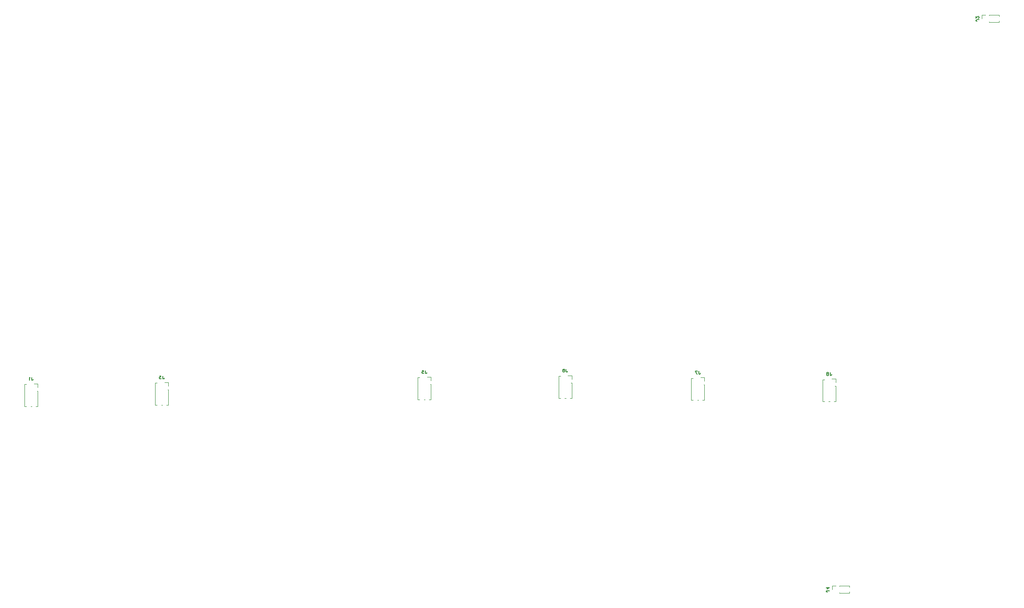
<source format=gbo>
G04 Layer: BottomSilkscreenLayer*
G04 EasyEDA Pro v2.2.35.2, 2025-01-29 23:55:29*
G04 Gerber Generator version 0.3*
G04 Scale: 100 percent, Rotated: No, Reflected: No*
G04 Dimensions in millimeters*
G04 Leading zeros omitted, absolute positions, 4 integers and 5 decimals*
%FSLAX45Y45*%
%MOMM*%
%ADD10C,0.15*%
%ADD11C,0.12*%
G75*


G04 Text Start*
G54D10*
G01X2661644Y-7432212D02*
G01X2661644Y-7474630D01*
G01X2664184Y-7482504D01*
G01X2666978Y-7485298D01*
G01X2672312Y-7487838D01*
G01X2677646Y-7487838D01*
G01X2682980Y-7485298D01*
G01X2685520Y-7482504D01*
G01X2688060Y-7474630D01*
G01X2688060Y-7469296D01*
G01X2628624Y-7432212D02*
G01X2599414Y-7432212D01*
G01X2615416Y-7453294D01*
G01X2607288Y-7453294D01*
G01X2601954Y-7456088D01*
G01X2599414Y-7458628D01*
G01X2596620Y-7466756D01*
G01X2596620Y-7472090D01*
G01X2599414Y-7479964D01*
G01X2604748Y-7485298D01*
G01X2612622Y-7487838D01*
G01X2620496Y-7487838D01*
G01X2628624Y-7485298D01*
G01X2631164Y-7482504D01*
G01X2633958Y-7477170D01*
G01X10191347Y-7305212D02*
G01X10191347Y-7347630D01*
G01X10193887Y-7355504D01*
G01X10196681Y-7358298D01*
G01X10202015Y-7360838D01*
G01X10207349Y-7360838D01*
G01X10212683Y-7358298D01*
G01X10215223Y-7355504D01*
G01X10217763Y-7347630D01*
G01X10217763Y-7342296D01*
G01X10131657Y-7313086D02*
G01X10134451Y-7307752D01*
G01X10142325Y-7305212D01*
G01X10147659Y-7305212D01*
G01X10155533Y-7307752D01*
G01X10160867Y-7315626D01*
G01X10163661Y-7329088D01*
G01X10163661Y-7342296D01*
G01X10160867Y-7352964D01*
G01X10155533Y-7358298D01*
G01X10147659Y-7360838D01*
G01X10145119Y-7360838D01*
G01X10136991Y-7358298D01*
G01X10131657Y-7352964D01*
G01X10129117Y-7345090D01*
G01X10129117Y-7342296D01*
G01X10131657Y-7334422D01*
G01X10136991Y-7329088D01*
G01X10145119Y-7326294D01*
G01X10147659Y-7326294D01*
G01X10155533Y-7329088D01*
G01X10160867Y-7334422D01*
G01X10163661Y-7342296D01*
G01X7563844Y-7330612D02*
G01X7563844Y-7373030D01*
G01X7566384Y-7380904D01*
G01X7569178Y-7383698D01*
G01X7574512Y-7386238D01*
G01X7579846Y-7386238D01*
G01X7585180Y-7383698D01*
G01X7587720Y-7380904D01*
G01X7590260Y-7373030D01*
G01X7590260Y-7367696D01*
G01X7504154Y-7330612D02*
G01X7530824Y-7330612D01*
G01X7533364Y-7354488D01*
G01X7530824Y-7351694D01*
G01X7522696Y-7349154D01*
G01X7514822Y-7349154D01*
G01X7506948Y-7351694D01*
G01X7501614Y-7357028D01*
G01X7498820Y-7365156D01*
G01X7498820Y-7370490D01*
G01X7501614Y-7378364D01*
G01X7506948Y-7383698D01*
G01X7514822Y-7386238D01*
G01X7522696Y-7386238D01*
G01X7530824Y-7383698D01*
G01X7533364Y-7380904D01*
G01X7536158Y-7375570D01*
G01X15120344Y-7368712D02*
G01X15120344Y-7411130D01*
G01X15122884Y-7419004D01*
G01X15125678Y-7421798D01*
G01X15131012Y-7424338D01*
G01X15136346Y-7424338D01*
G01X15141680Y-7421798D01*
G01X15144220Y-7419004D01*
G01X15146760Y-7411130D01*
G01X15146760Y-7405796D01*
G01X15079196Y-7368712D02*
G01X15087324Y-7371252D01*
G01X15089864Y-7376586D01*
G01X15089864Y-7381920D01*
G01X15087324Y-7387254D01*
G01X15081990Y-7389794D01*
G01X15071322Y-7392588D01*
G01X15063448Y-7395128D01*
G01X15058114Y-7400462D01*
G01X15055320Y-7405796D01*
G01X15055320Y-7413670D01*
G01X15058114Y-7419004D01*
G01X15060654Y-7421798D01*
G01X15068782Y-7424338D01*
G01X15079196Y-7424338D01*
G01X15087324Y-7421798D01*
G01X15089864Y-7419004D01*
G01X15092658Y-7413670D01*
G01X15092658Y-7405796D01*
G01X15089864Y-7400462D01*
G01X15084530Y-7395128D01*
G01X15076656Y-7392588D01*
G01X15065988Y-7389794D01*
G01X15060654Y-7387254D01*
G01X15058114Y-7381920D01*
G01X15058114Y-7376586D01*
G01X15060654Y-7371252D01*
G01X15068782Y-7368712D01*
G01X15079196Y-7368712D01*
G01X15103788Y-11445214D02*
G01X15061370Y-11445214D01*
G01X15053496Y-11447754D01*
G01X15050702Y-11450548D01*
G01X15048162Y-11455882D01*
G01X15048162Y-11461216D01*
G01X15050702Y-11466550D01*
G01X15053496Y-11469090D01*
G01X15061370Y-11471630D01*
G01X15066704Y-11471630D01*
G01X15103788Y-11390858D02*
G01X15066704Y-11417528D01*
G01X15066704Y-11377650D01*
G01X15103788Y-11390858D02*
G01X15048162Y-11390858D01*
G01X211306Y-7457612D02*
G01X211306Y-7500030D01*
G01X213846Y-7507904D01*
G01X216640Y-7510698D01*
G01X221974Y-7513238D01*
G01X227308Y-7513238D01*
G01X232642Y-7510698D01*
G01X235182Y-7507904D01*
G01X237722Y-7500030D01*
G01X237722Y-7494696D01*
G01X183620Y-7468026D02*
G01X178286Y-7465486D01*
G01X170158Y-7457612D01*
G01X170158Y-7513238D01*
G01X17897788Y-775944D02*
G01X17855370Y-775944D01*
G01X17847496Y-778484D01*
G01X17844702Y-781278D01*
G01X17842162Y-786612D01*
G01X17842162Y-791946D01*
G01X17844702Y-797280D01*
G01X17847496Y-799820D01*
G01X17855370Y-802360D01*
G01X17860704Y-802360D01*
G01X17884580Y-745464D02*
G01X17887374Y-745464D01*
G01X17892454Y-742924D01*
G01X17895248Y-740130D01*
G01X17897788Y-734796D01*
G01X17897788Y-724382D01*
G01X17895248Y-719048D01*
G01X17892454Y-716254D01*
G01X17887374Y-713714D01*
G01X17882040Y-713714D01*
G01X17876706Y-716254D01*
G01X17868578Y-721588D01*
G01X17842162Y-748258D01*
G01X17842162Y-710920D01*
G01X12669244Y-7343312D02*
G01X12669244Y-7385730D01*
G01X12671784Y-7393604D01*
G01X12674578Y-7396398D01*
G01X12679912Y-7398938D01*
G01X12685246Y-7398938D01*
G01X12690580Y-7396398D01*
G01X12693120Y-7393604D01*
G01X12695660Y-7385730D01*
G01X12695660Y-7380396D01*
G01X12604220Y-7343312D02*
G01X12630890Y-7398938D01*
G01X12641558Y-7343312D02*
G01X12604220Y-7343312D01*
G04 Text End*

G04 PolygonModel Start*
G54D11*
G01X2763400Y-7976000D02*
G01X2731849Y-7976000D01*
G01X2552951Y-7976000D02*
G01X2521400Y-7976000D01*
G01X2763400Y-7620000D02*
G01X2763400Y-7551500D01*
G01X2763400Y-7688500D02*
G01X2753228Y-7688500D01*
G01X2552951Y-7564000D02*
G01X2521400Y-7564000D01*
G01X2652951Y-7976000D02*
G01X2631849Y-7976000D01*
G01X2763400Y-7551500D02*
G01X2692400Y-7551500D01*
G01X2521400Y-7564000D02*
G01X2521400Y-7976000D01*
G01X2763400Y-7688500D02*
G01X2763400Y-7976000D01*
G01X10294500Y-7849000D02*
G01X10262949Y-7849000D01*
G01X10052500Y-7437000D02*
G01X10052500Y-7849000D01*
G01X10184051Y-7849000D02*
G01X10162949Y-7849000D01*
G01X10084051Y-7849000D02*
G01X10052500Y-7849000D01*
G01X10294500Y-7561500D02*
G01X10284328Y-7561500D01*
G01X10294500Y-7493000D02*
G01X10294500Y-7424500D01*
G01X10294500Y-7424500D02*
G01X10223500Y-7424500D01*
G01X10084051Y-7437000D02*
G01X10052500Y-7437000D01*
G01X10294500Y-7561500D02*
G01X10294500Y-7849000D01*
G01X7665600Y-7874400D02*
G01X7634049Y-7874400D01*
G01X7423600Y-7462400D02*
G01X7423600Y-7874400D01*
G01X7555151Y-7874400D02*
G01X7534049Y-7874400D01*
G01X7455151Y-7874400D02*
G01X7423600Y-7874400D01*
G01X7665600Y-7586900D02*
G01X7655428Y-7586900D01*
G01X7665600Y-7518400D02*
G01X7665600Y-7449900D01*
G01X7665600Y-7449900D02*
G01X7594600Y-7449900D01*
G01X7455151Y-7462400D02*
G01X7423600Y-7462400D01*
G01X7665600Y-7586900D02*
G01X7665600Y-7874400D01*
G01X15222100Y-7625000D02*
G01X15222100Y-7912500D01*
G01X15222100Y-7556500D02*
G01X15222100Y-7488000D01*
G01X15011651Y-7500500D02*
G01X14980100Y-7500500D01*
G01X15222100Y-7488000D02*
G01X15151100Y-7488000D01*
G01X15011651Y-7912500D02*
G01X14980100Y-7912500D01*
G01X15111651Y-7912500D02*
G01X15090549Y-7912500D01*
G01X15222100Y-7912500D02*
G01X15190549Y-7912500D01*
G01X15222100Y-7625000D02*
G01X15211928Y-7625000D01*
G01X14980100Y-7500500D02*
G01X14980100Y-7912500D01*
G01X15296500Y-11494200D02*
G01X15484000Y-11494200D01*
G01X15296500Y-11355200D02*
G01X15296500Y-11363872D01*
G01X15296500Y-11485528D02*
G01X15296500Y-11494200D01*
G01X15296500Y-11355200D02*
G01X15484000Y-11355200D01*
G01X15484000Y-11355200D02*
G01X15484000Y-11385251D01*
G01X15159500Y-11355200D02*
G01X15159500Y-11424700D01*
G01X15484000Y-11464149D02*
G01X15484000Y-11494200D01*
G01X15228000Y-11355200D02*
G01X15159500Y-11355200D01*
G01X325000Y-8001400D02*
G01X293449Y-8001400D01*
G01X114551Y-8001400D02*
G01X83000Y-8001400D01*
G01X325000Y-7645400D02*
G01X325000Y-7576900D01*
G01X325000Y-7713900D02*
G01X314828Y-7713900D01*
G01X114551Y-7589400D02*
G01X83000Y-7589400D01*
G01X214551Y-8001400D02*
G01X193449Y-8001400D01*
G01X325000Y-7576900D02*
G01X254000Y-7576900D01*
G01X83000Y-7589400D02*
G01X83000Y-8001400D01*
G01X325000Y-7713900D02*
G01X325000Y-8001400D01*
G01X18090500Y-687200D02*
G01X18278000Y-687200D01*
G01X18022000Y-687200D02*
G01X17953500Y-687200D01*
G01X17953500Y-687200D02*
G01X17953500Y-756700D01*
G01X18278000Y-687200D02*
G01X18278000Y-717251D01*
G01X18090500Y-826200D02*
G01X18278000Y-826200D01*
G01X18090500Y-817528D02*
G01X18090500Y-826200D01*
G01X18278000Y-796149D02*
G01X18278000Y-826200D01*
G01X18090500Y-687200D02*
G01X18090500Y-695872D01*
G01X12771000Y-7599600D02*
G01X12771000Y-7887100D01*
G01X12771000Y-7531100D02*
G01X12771000Y-7462600D01*
G01X12560551Y-7475100D02*
G01X12529000Y-7475100D01*
G01X12771000Y-7462600D02*
G01X12700000Y-7462600D01*
G01X12560551Y-7887100D02*
G01X12529000Y-7887100D01*
G01X12660551Y-7887100D02*
G01X12639449Y-7887100D01*
G01X12771000Y-7887100D02*
G01X12739449Y-7887100D01*
G01X12771000Y-7599600D02*
G01X12760828Y-7599600D01*
G01X12529000Y-7475100D02*
G01X12529000Y-7887100D01*

M02*


</source>
